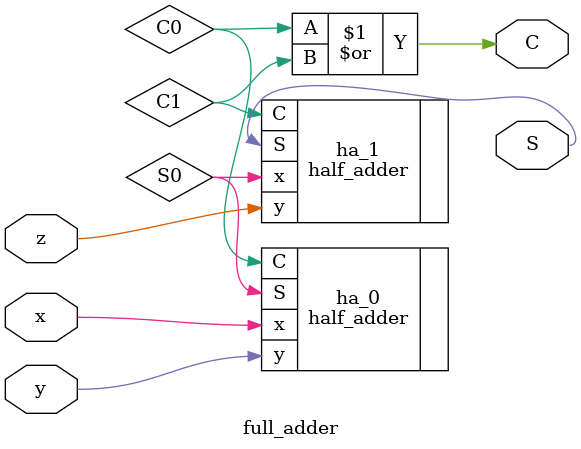
<source format=v>
`timescale 1ns / 1ps
module full_adder(
    input wire x,
    input wire y,
    input wire z,
    output wire S,
    output wire C
    );

	// signal interconnects:
	wire S0, C0, C1;

	// internal module declarations (sub-modules):
	half_adder ha_0( .x(x), .y(y), .S(S0), .C(C0) );	// FIRST HALF-ADDER
	half_adder ha_1( .x(S0), .y(z), .S(S), .C(C1) );	// SECOND HALF_ADDER
	
	// output assignments (where still needed):
	assign C = C0 | C1;

endmodule

</source>
